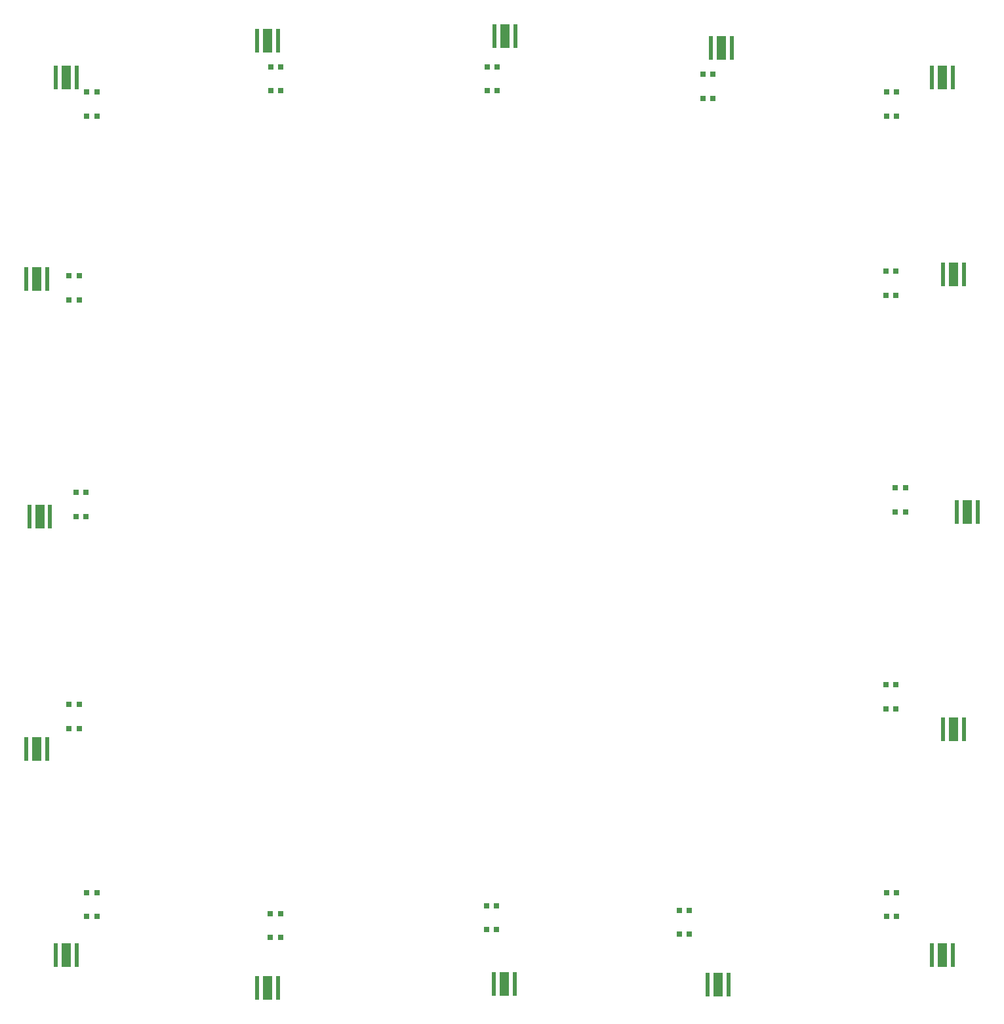
<source format=gtp>
G04 #@! TF.GenerationSoftware,KiCad,Pcbnew,8.0.5*
G04 #@! TF.CreationDate,2024-12-27T19:58:17-05:00*
G04 #@! TF.ProjectId,line_sensor_pcb,6c696e65-5f73-4656-9e73-6f725f706362,rev?*
G04 #@! TF.SameCoordinates,Original*
G04 #@! TF.FileFunction,Paste,Top*
G04 #@! TF.FilePolarity,Positive*
%FSLAX46Y46*%
G04 Gerber Fmt 4.6, Leading zero omitted, Abs format (unit mm)*
G04 Created by KiCad (PCBNEW 8.0.5) date 2024-12-27 19:58:17*
%MOMM*%
%LPD*%
G01*
G04 APERTURE LIST*
%ADD10R,0.800000X0.800000*%
%ADD11R,0.600000X3.100000*%
%ADD12R,1.300000X3.100000*%
G04 APERTURE END LIST*
D10*
X44420000Y-121920000D03*
X45720000Y-121920000D03*
X45720000Y-118820000D03*
X44420000Y-118820000D03*
D11*
X155868501Y-37981500D03*
X158568500Y-37981500D03*
D12*
X157218500Y-37981500D03*
D10*
X70414100Y-148870000D03*
X71714100Y-148870000D03*
X71714100Y-145770000D03*
X70414100Y-145770000D03*
X46731200Y-146168800D03*
X48031200Y-146168800D03*
X48031200Y-143068800D03*
X46731200Y-143068800D03*
D11*
X159050000Y-93980000D03*
X161750000Y-93980000D03*
D12*
X160400000Y-93980000D03*
D11*
X38902800Y-63935300D03*
X41602800Y-63935300D03*
D12*
X40252800Y-63935301D03*
D11*
X42731501Y-151118500D03*
X45431500Y-151118500D03*
D12*
X44081500Y-151118500D03*
D10*
X149860000Y-119380000D03*
X151160000Y-119380000D03*
X151160000Y-116280000D03*
X149860000Y-116280000D03*
X46731200Y-42931200D03*
X48031200Y-42931200D03*
X48031200Y-39831200D03*
X46731200Y-39831200D03*
D11*
X99300000Y-154880000D03*
X102000000Y-154880000D03*
D12*
X100650000Y-154880000D03*
D11*
X68741200Y-33182800D03*
X71441200Y-33182801D03*
D12*
X70091200Y-33182800D03*
D11*
X38902800Y-124598800D03*
X41602800Y-124598801D03*
D12*
X40252800Y-124598800D03*
D11*
X99360000Y-32650000D03*
X102060000Y-32650000D03*
D12*
X100710000Y-32650000D03*
D11*
X39290000Y-94550000D03*
X41990000Y-94550000D03*
D12*
X40640000Y-94550000D03*
D11*
X155868501Y-151118500D03*
X158568500Y-151118500D03*
D12*
X157218500Y-151118500D03*
D10*
X149968800Y-146168800D03*
X151268800Y-146168800D03*
X151268800Y-143068800D03*
X149968800Y-143068800D03*
X98350000Y-147880000D03*
X99650000Y-147880000D03*
X99650000Y-144780000D03*
X98350000Y-144780000D03*
D11*
X127300000Y-34172800D03*
X130000000Y-34172800D03*
D12*
X128650000Y-34172801D03*
D10*
X45340000Y-94550000D03*
X46640000Y-94550000D03*
X46640000Y-91450000D03*
X45340000Y-91450000D03*
X44420000Y-66614100D03*
X45720000Y-66614100D03*
X45720000Y-63514100D03*
X44420000Y-63514100D03*
D11*
X157277200Y-122058800D03*
X159977200Y-122058800D03*
D12*
X158627200Y-122058801D03*
D10*
X98410000Y-39650000D03*
X99710000Y-39650000D03*
X99710000Y-36550000D03*
X98410000Y-36550000D03*
X70470000Y-39650000D03*
X71770000Y-39650000D03*
X71770000Y-36550000D03*
X70470000Y-36550000D03*
X151100000Y-93980000D03*
X152400000Y-93980000D03*
X152400000Y-90880000D03*
X151100000Y-90880000D03*
D11*
X126840000Y-154940000D03*
X129540000Y-154940001D03*
D12*
X128190000Y-154940000D03*
D10*
X126285900Y-40640000D03*
X127585900Y-40640000D03*
X127585900Y-37540000D03*
X126285900Y-37540000D03*
D11*
X68685300Y-155337200D03*
X71385300Y-155337200D03*
D12*
X70035300Y-155337201D03*
D10*
X149860000Y-66040000D03*
X151160000Y-66040000D03*
X151160000Y-62940000D03*
X149860000Y-62940000D03*
X123211200Y-148472800D03*
X124511200Y-148472800D03*
X124511200Y-145372800D03*
X123211200Y-145372800D03*
D11*
X157277200Y-63361200D03*
X159977200Y-63361201D03*
D12*
X158627200Y-63361200D03*
D10*
X149968800Y-42931200D03*
X151268800Y-42931200D03*
X151268800Y-39831200D03*
X149968800Y-39831200D03*
D11*
X42731501Y-37981500D03*
X45431500Y-37981500D03*
D12*
X44081500Y-37981500D03*
M02*

</source>
